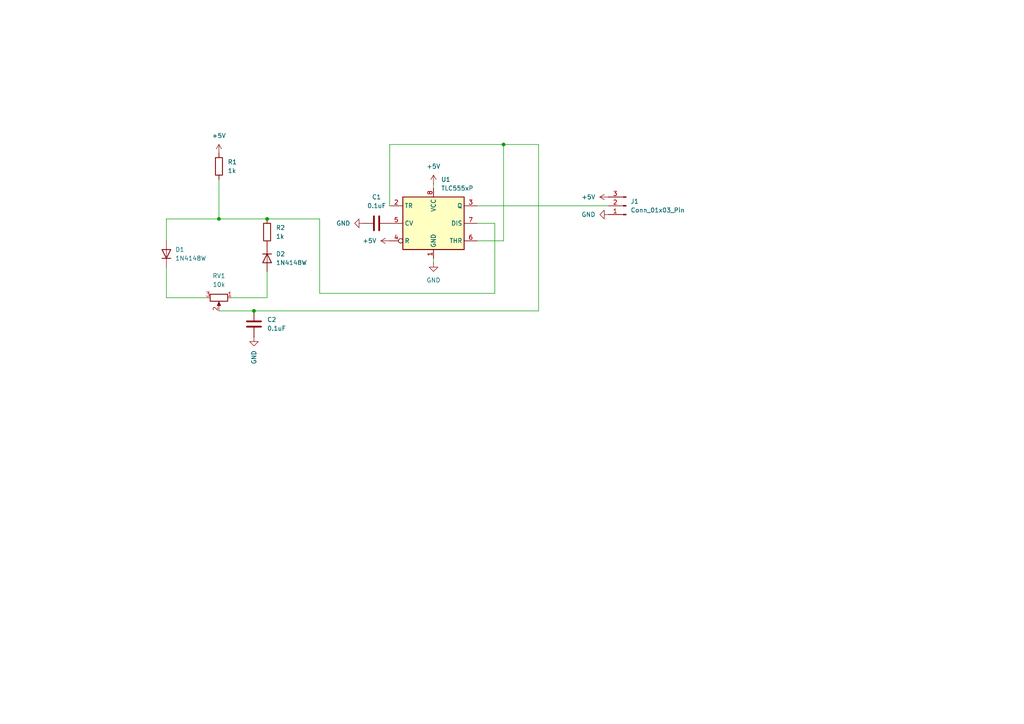
<source format=kicad_sch>
(kicad_sch (version 20231120) (generator "eeschema") (generator_version "8.0")
  (paper "A4")
  (lib_symbols
    (symbol "Connector:Conn_01x03_Pin" (pin_names (offset 1.016) hide)
      (property "Reference" "J" (at 0 5.08 0))
      (property "Value" "Conn_01x03_Pin" (at 0 -5.08 0))
      (symbol "Conn_01x03_Pin_1_1"
        (polyline (pts (xy 1.27 -2.54) (xy 0.8636 -2.54)) (stroke (width 0.1524)))
        (polyline (pts (xy 1.27 0) (xy 0.8636 0)) (stroke (width 0.1524)))
        (polyline (pts (xy 1.27 2.54) (xy 0.8636 2.54)) (stroke (width 0.1524)))
        (rectangle (start 0.8636 -2.413) (end 0 -2.667) (stroke (width 0.1524)) (fill (type outline)))
        (rectangle (start 0.8636 0.127) (end 0 -0.127) (stroke (width 0.1524)) (fill (type outline)))
        (rectangle (start 0.8636 2.667) (end 0 2.413) (stroke (width 0.1524)) (fill (type outline)))
        (pin passive line (at 5.08 2.54 180) (length 3.81) (name "Pin_1") (number "1"))
        (pin passive line (at 5.08 0 180) (length 3.81) (name "Pin_2") (number "2"))
        (pin passive line (at 5.08 -2.54 180) (length 3.81) (name "Pin_3") (number "3"))
      )
    )
    (symbol "Device:C" (pin_numbers hide) (pin_names (offset 0.254))
      (property "Reference" "C" (at 0.635 2.54 0))
      (property "Value" "C" (at 0.635 -2.54 0))
      (symbol "C_0_1"
        (polyline (pts (xy -2.032 -0.762) (xy 2.032 -0.762)) (stroke (width 0.508)))
        (polyline (pts (xy -2.032 0.762) (xy 2.032 0.762)) (stroke (width 0.508)))
      )
      (symbol "C_1_1"
        (pin passive line (at 0 3.81 270) (length 2.794) (name "~") (number "1"))
        (pin passive line (at 0 -3.81 90) (length 2.794) (name "~") (number "2"))
      )
    )
    (symbol "Device:D" (pin_numbers hide) (pin_names (offset 1.016) hide)
      (property "Reference" "D" (at 0 2.54 0))
      (property "Value" "D" (at 0 -2.54 0))
      (symbol "D_0_1"
        (polyline (pts (xy -1.27 1.27) (xy -1.27 -1.27)) (stroke (width 0.254)))
        (polyline (pts (xy 1.27 0) (xy -1.27 0)))
        (polyline (pts (xy 1.27 1.27) (xy 1.27 -1.27) (xy -1.27 0) (xy 1.27 1.27)) (stroke (width 0.254)))
      )
      (symbol "D_1_1"
        (pin passive line (at -3.81 0 0) (length 2.54) (name "K") (number "1"))
        (pin passive line (at 3.81 0 180) (length 2.54) (name "A") (number "2"))
      )
    )
    (symbol "Device:R" (pin_numbers hide) (pin_names (offset 0))
      (property "Reference" "R" (at 2.032 0 90))
      (property "Value" "R" (at 0 0 90))
      (symbol "R_0_1"
        (rectangle (start -1.016 -2.54) (end 1.016 2.54) (stroke (width 0.254)))
      )
      (symbol "R_1_1"
        (pin passive line (at 0 3.81 270) (length 1.27) (name "~") (number "1"))
        (pin passive line (at 0 -3.81 90) (length 1.27) (name "~") (number "2"))
      )
    )
    (symbol "Device:R_Potentiometer" (pin_names (offset 1.016) hide)
      (property "Reference" "RV" (at -4.445 0 90))
      (property "Value" "R_Potentiometer" (at -2.54 0 90))
      (symbol "R_Potentiometer_0_1"
        (polyline (pts (xy 2.54 0) (xy 1.524 0)))
        (polyline (pts (xy 1.143 0) (xy 2.286 0.508) (xy 2.286 -0.508) (xy 1.143 0)) (fill (type outline)))
        (rectangle (start 1.016 2.54) (end -1.016 -2.54) (stroke (width 0.254)))
      )
      (symbol "R_Potentiometer_1_1"
        (pin passive line (at 0 3.81 270) (length 1.27) (name "1") (number "1"))
        (pin passive line (at 3.81 0 180) (length 1.27) (name "2") (number "2"))
        (pin passive line (at 0 -3.81 90) (length 1.27) (name "3") (number "3"))
      )
    )
    (symbol "Timer:TLC555xP"
      (property "Reference" "U" (at -10.16 8.89 0))
      (property "Value" "TLC555xP" (at 2.54 8.89 0))
      (symbol "TLC555xP_0_0"
        (pin power_in line (at 0 -10.16 90) (length 2.54) (name "GND") (number "1"))
        (pin power_in line (at 0 10.16 270) (length 2.54) (name "VCC") (number "8"))
      )
      (symbol "TLC555xP_0_1"
        (rectangle (start -8.89 -7.62) (end 8.89 7.62) (stroke (width 0.254)) (fill (type background)))
        (rectangle (start -8.89 -7.62) (end 8.89 7.62) (stroke (width 0.254)) (fill (type background)))
      )
      (symbol "TLC555xP_1_1"
        (pin input line (at -12.7 5.08 0) (length 3.81) (name "TR") (number "2"))
        (pin output line (at 12.7 5.08 180) (length 3.81) (name "Q") (number "3"))
        (pin input inverted (at -12.7 -5.08 0) (length 3.81) (name "R") (number "4"))
        (pin input line (at -12.7 0 0) (length 3.81) (name "CV") (number "5"))
        (pin input line (at 12.7 -5.08 180) (length 3.81) (name "THR") (number "6"))
        (pin input line (at 12.7 0 180) (length 3.81) (name "DIS") (number "7"))
      )
    )
    (symbol "power:+5V" (power) (pin_numbers hide) (pin_names (offset 0) hide)
      (property "Value" "+5V" (at 0 3.556 0))
      (symbol "+5V_0_1"
        (polyline (pts (xy -0.762 1.27) (xy 0 2.54)))
        (polyline (pts (xy 0 0) (xy 0 2.54)))
        (polyline (pts (xy 0 2.54) (xy 0.762 1.27)))
      )
      (symbol "+5V_1_1"
        (pin power_in line (at 0 0 90) (length 0) (name "~") (number "1"))
      )
    )
    (symbol "power:GND" (power) (pin_numbers hide) (pin_names (offset 0) hide)
      (property "Value" "GND" (at 0 -3.81 0))
      (symbol "GND_0_1"
        (polyline (pts (xy 0 0) (xy 0 -1.27) (xy 1.27 -1.27) (xy 0 -2.54) (xy -1.27 -1.27) (xy 0 -1.27)))
      )
      (symbol "GND_1_1"
        (pin power_in line (at 0 0 270) (length 0) (name "~") (number "1"))
      )
    )
  )
  (junction (at 73.66 90.17))
  (junction (at 77.47 63.5))
  (junction (at 63.5 63.5))
  (junction (at 146.05 41.91))
  (wire (pts (xy 143.51 64.77) (xy 138.43 64.77)))
  (wire (pts (xy 113.03 41.91) (xy 146.05 41.91)))
  (wire (pts (xy 63.5 63.5) (xy 77.47 63.5)))
  (wire (pts (xy 156.21 41.91) (xy 146.05 41.91)))
  (wire (pts (xy 92.71 63.5) (xy 92.71 85.09)))
  (wire (pts (xy 125.73 53.34) (xy 125.73 54.61)))
  (wire (pts (xy 92.71 85.09) (xy 143.51 85.09)))
  (wire (pts (xy 48.26 86.36) (xy 48.26 77.47)))
  (wire (pts (xy 73.66 90.17) (xy 156.21 90.17)))
  (wire (pts (xy 63.5 52.07) (xy 63.5 63.5)))
  (wire (pts (xy 63.5 90.17) (xy 73.66 90.17)))
  (wire (pts (xy 125.73 76.2) (xy 125.73 74.93)))
  (wire (pts (xy 146.05 41.91) (xy 146.05 69.85)))
  (wire (pts (xy 146.05 69.85) (xy 138.43 69.85)))
  (wire (pts (xy 77.47 86.36) (xy 77.47 78.74)))
  (wire (pts (xy 113.03 59.69) (xy 113.03 41.91)))
  (wire (pts (xy 48.26 63.5) (xy 48.26 69.85)))
  (wire (pts (xy 77.47 63.5) (xy 92.71 63.5)))
  (wire (pts (xy 143.51 85.09) (xy 143.51 64.77)))
  (wire (pts (xy 156.21 90.17) (xy 156.21 41.91)))
  (wire (pts (xy 67.31 86.36) (xy 77.47 86.36)))
  (wire (pts (xy 59.69 86.36) (xy 48.26 86.36)))
  (wire (pts (xy 138.43 59.69) (xy 176.53 59.69)))
  (wire (pts (xy 63.5 63.5) (xy 48.26 63.5)))
  (symbol (lib_id "power:GND") (at 73.66 97.79 0) (unit 1)
    (property "Reference" "#PWR06" (effects (hide yes)))
    (property "Value" "GND" (at 73.6599 101.6 90) (effects (justify right)))
    (property "Description" "Power symbol creates a global label with name \"GND\" , ground" (effects (hide yes)))
  )
  (symbol (lib_id "Device:D") (at 77.47 74.93 270) (unit 1)
    (property "Reference" "D2" (at 80.01 73.6599 90) (effects (justify left)))
    (property "Value" "1N4148W" (at 80.01 76.1999 90) (effects (justify left)))
    (property "Footprint" "Diode_SMD:D_SOD-123" (effects (hide yes)))
    (property "Description" "Diode" (effects (hide yes)))
    (property "Sim.Device" "D" (effects (hide yes)))
    (property "Sim.Pins" "1=K 2=A" (effects (hide yes)))
  )
  (symbol (lib_id "power:+5V") (at 63.5 44.45 0) (unit 1)
    (property "Reference" "#PWR05" (effects (hide yes)))
    (property "Value" "+5V" (at 63.5 39.37 0))
    (property "Description" "Power symbol creates a global label with name \"+5V\"" (effects (hide yes)))
  )
  (symbol (lib_id "power:GND") (at 176.53 62.23 270) (unit 1)
    (property "Reference" "#PWR08" (effects (hide yes)))
    (property "Value" "GND" (at 172.72 62.2299 90) (effects (justify right)))
    (property "Description" "Power symbol creates a global label with name \"GND\" , ground" (effects (hide yes)))
  )
  (symbol (lib_id "power:GND") (at 125.73 76.2 0) (unit 1)
    (property "Reference" "#PWR02" (effects (hide yes)))
    (property "Value" "GND" (at 125.73 81.28 0))
    (property "Description" "Power symbol creates a global label with name \"GND\" , ground" (effects (hide yes)))
  )
  (symbol (lib_id "Device:C") (at 73.66 93.98 180) (unit 1)
    (property "Reference" "C2" (at 77.47 92.7099 0) (effects (justify right)))
    (property "Value" "0.1uF" (at 77.47 95.2499 0) (effects (justify right)))
    (property "Footprint" "Capacitor_SMD:C_1206_3216Metric" (effects (hide yes)))
    (property "Description" "Unpolarized capacitor" (effects (hide yes)))
  )
  (symbol (lib_id "Device:C") (at 109.22 64.77 90) (unit 1)
    (property "Reference" "C1" (at 109.22 57.15 90))
    (property "Value" "0.1uF" (at 109.22 59.69 90))
    (property "Footprint" "Capacitor_SMD:C_1206_3216Metric" (effects (hide yes)))
    (property "Description" "Unpolarized capacitor" (effects (hide yes)))
  )
  (symbol (lib_id "Device:D") (at 48.26 73.66 90) (unit 1)
    (property "Reference" "D1" (at 50.8 72.3899 90) (effects (justify right)))
    (property "Value" "1N4148W" (at 50.8 74.9299 90) (effects (justify right)))
    (property "Footprint" "Diode_SMD:D_SOD-123" (effects (hide yes)))
    (property "Description" "Diode" (effects (hide yes)))
    (property "Sim.Device" "D" (effects (hide yes)))
    (property "Sim.Pins" "1=K 2=A" (effects (hide yes)))
  )
  (symbol (lib_id "Device:R_Potentiometer") (at 63.5 86.36 270) (unit 1)
    (property "Reference" "RV1" (at 63.5 80.01 90))
    (property "Value" "10k" (at 63.5 82.55 90))
    (property "Footprint" "easyeda2kicad:RES-ADJ-TH_3362P" (effects (hide yes)))
    (property "Description" "Potentiometer" (effects (hide yes)))
    (property "LCSC" "C118956" (effects (hide yes)))
  )
  (symbol (lib_id "Connector:Conn_01x03_Pin") (at 181.61 59.69 180) (unit 1)
    (property "Reference" "J1" (at 182.88 58.4199 0) (effects (justify right)))
    (property "Value" "Conn_01x03_Pin" (at 182.88 60.9599 0) (effects (justify right)))
    (property "Footprint" "Connector_PinHeader_2.54mm:PinHeader_1x03_P2.54mm_Vertical" (effects (hide yes)))
    (property "Description" "Generic connector, single row, 01x03, script generated" (effects (hide yes)))
  )
  (symbol (lib_id "Device:R") (at 63.5 48.26 0) (unit 1)
    (property "Reference" "R1" (at 66.04 46.9899 0) (effects (justify left)))
    (property "Value" "1k" (at 66.04 49.5299 0) (effects (justify left)))
    (property "Footprint" "Resistor_SMD:R_0805_2012Metric" (effects (hide yes)))
    (property "Description" "Resistor" (effects (hide yes)))
  )
  (symbol (lib_id "power:+5V") (at 176.53 57.15 90) (unit 1)
    (property "Reference" "#PWR07" (effects (hide yes)))
    (property "Value" "+5V" (at 172.72 57.1499 90) (effects (justify left)))
    (property "Description" "Power symbol creates a global label with name \"+5V\"" (effects (hide yes)))
  )
  (symbol (lib_id "Device:R") (at 77.47 67.31 0) (unit 1)
    (property "Reference" "R2" (at 80.01 66.0399 0) (effects (justify left)))
    (property "Value" "1k" (at 80.01 68.5799 0) (effects (justify left)))
    (property "Footprint" "Resistor_SMD:R_0805_2012Metric" (effects (hide yes)))
    (property "Description" "Resistor" (effects (hide yes)))
  )
  (symbol (lib_id "power:+5V") (at 113.03 69.85 90) (unit 1)
    (property "Reference" "#PWR03" (effects (hide yes)))
    (property "Value" "+5V" (at 109.22 69.8499 90) (effects (justify left)))
    (property "Description" "Power symbol creates a global label with name \"+5V\"" (effects (hide yes)))
  )
  (symbol (lib_id "power:GND") (at 105.41 64.77 270) (unit 1)
    (property "Reference" "#PWR04" (effects (hide yes)))
    (property "Value" "GND" (at 101.6 64.7699 90) (effects (justify right)))
    (property "Description" "Power symbol creates a global label with name \"GND\" , ground" (effects (hide yes)))
  )
  (symbol (lib_id "power:+5V") (at 125.73 53.34 0) (unit 1)
    (property "Reference" "#PWR01" (effects (hide yes)))
    (property "Value" "+5V" (at 125.73 48.26 0))
    (property "Description" "Power symbol creates a global label with name \"+5V\"" (effects (hide yes)))
  )
  (symbol (lib_id "Timer:TLC555xP") (at 125.73 64.77 0) (unit 1)
    (property "Reference" "U1" (at 127.9241 52.07 0) (effects (justify left)))
    (property "Value" "TLC555xP" (at 127.9241 54.61 0) (effects (justify left)))
    (property "Footprint" "Package_SO:SOIC-8_3.9x4.9mm_P1.27mm" (effects (hide yes)))
    (property "Datasheet" "http://www.ti.com/lit/ds/symlink/tlc555.pdf" (effects (hide yes)))
    (property "Description" "Single LinCMOS Timer, 555 compatible, PDIP-8" (effects (hide yes)))
  )
)
</source>
